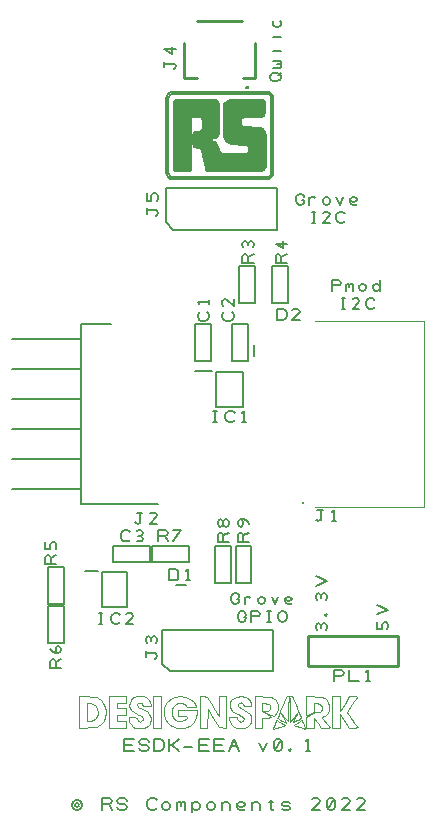
<source format=gbr>
G04 DesignSpark PCB PRO Gerber Version 10.0 Build 5299*
G04 #@! TF.Part,Single*
G04 #@! TF.FileFunction,Legend,Top*
G04 #@! TF.FilePolarity,Positive*
%FSLAX36Y36*%
%MOIN*%
%ADD28C,0.00300*%
%ADD29C,0.00394*%
%ADD26C,0.00500*%
%ADD10C,0.00787*%
%ADD27C,0.00800*%
%ADD11C,0.01000*%
G04 #@! TD.AperFunction*
X0Y0D02*
D02*
D10*
X275591Y1131890D02*
X45669D01*
X275591Y1231890D02*
X45669D01*
X275591Y1331890D02*
X45669D01*
X275591Y1431890D02*
X45669D01*
X275591Y1531890D02*
X45669D01*
X275591Y1631890D02*
X45669D01*
X291339Y860236D02*
X334646D01*
X348425Y857283D02*
X431102D01*
Y741142D01*
X348425D01*
Y857283D01*
X535433Y1081890D02*
X275591D01*
Y1681890D01*
X375591D01*
X592520Y812992D02*
X627953D01*
X656496Y1525591D02*
X712598D01*
X726378Y1523622D02*
X816929D01*
Y1405512D01*
X726378D01*
Y1523622D01*
X852362Y1576772D02*
Y1612205D01*
X1017717Y1088583D02*
G75*
G02*
Y1084646I0J-1969D01*
G01*
Y1088583D02*
G75*
G02*
Y1084646I0J-1969D01*
G01*
G75*
G02*
Y1088583I0J1969D01*
G01*
D02*
D11*
X622047Y2619291D02*
Y2501969D01*
X663898D01*
X815197Y2692913D02*
X665236D01*
X828252Y2470787D02*
G75*
G02*
X833008I2378J0D01*
G01*
X828252D02*
G75*
G02*
X833008I2378J0D01*
G01*
G75*
G02*
X828252I-2378J0D01*
G01*
X858268Y2619291D02*
Y2501969D01*
X817756D01*
X1032677Y544488D02*
X1332677D01*
Y644488D01*
X1032677D01*
Y544488D01*
D02*
D26*
X166413Y872524D02*
X219413D01*
Y749524D01*
X166413D01*
Y872524D01*
X195350Y881890D02*
X157850D01*
Y903764D01*
X160972Y910016D01*
X167224Y913142D01*
X173472Y910016D01*
X176598Y903764D01*
Y881890D01*
Y903764D02*
X195350Y913142D01*
X192224Y931890D02*
X195350Y938142D01*
Y947516D01*
X192224Y953764D01*
X185972Y956890D01*
X182850D01*
X176598Y953764D01*
X173472Y947516D01*
Y931890D01*
X157850D01*
Y956890D01*
X219413Y619602D02*
X166413D01*
Y742602D01*
X219413D01*
Y619602D01*
X211098Y535433D02*
X173598D01*
Y557307D01*
X176720Y563559D01*
X182972Y566685D01*
X189220Y563559D01*
X192346Y557307D01*
Y535433D01*
Y557307D02*
X211098Y566685D01*
X201720Y585433D02*
X195472Y588559D01*
X192346Y594807D01*
Y601059D01*
X195472Y607307D01*
X201720Y610433D01*
X207972Y607307D01*
X211098Y601059D01*
Y594807D01*
X207972Y588559D01*
X201720Y585433D01*
X192346D01*
X182972Y588559D01*
X176720Y594807D01*
X173598Y601059D01*
X248031Y76992D02*
Y80118D01*
X251157Y89492D01*
X254283Y92618D01*
X260531Y95744D01*
X266783D01*
X273031Y92618D01*
X276157Y89492D01*
X279283Y80118D01*
Y76992D01*
X276157Y70744D01*
X273031Y67618D01*
X266783Y64492D01*
X260531D01*
X254283Y67618D01*
X251157Y70744D01*
X248031Y76992D01*
X269906D02*
X263657Y73870D01*
X257406Y76992D01*
Y83244D01*
X263657Y86370D01*
X269906Y83244D01*
X348031Y64492D02*
Y101992D01*
X369906D01*
X376157Y98870D01*
X379283Y92618D01*
X376157Y86370D01*
X369906Y83244D01*
X348031D01*
X369906D02*
X379283Y64492D01*
X398031Y73870D02*
X401157Y67618D01*
X407406Y64492D01*
X419906D01*
X426157Y67618D01*
X429283Y73870D01*
X426157Y80118D01*
X419906Y83244D01*
X407406D01*
X401157Y86370D01*
X398031Y92618D01*
X401157Y98870D01*
X407406Y101992D01*
X419906D01*
X426157Y98870D01*
X429283Y92618D01*
X529283Y70744D02*
X526157Y67618D01*
X519906Y64492D01*
X510531D01*
X504283Y67618D01*
X501157Y70744D01*
X498031Y76992D01*
Y89492D01*
X501157Y95744D01*
X504283Y98870D01*
X510531Y101992D01*
X519906D01*
X526157Y98870D01*
X529283Y95744D01*
X548031Y73870D02*
X551157Y67618D01*
X557406Y64492D01*
X563657D01*
X569906Y67618D01*
X573031Y73870D01*
Y80118D01*
X569906Y86370D01*
X563657Y89492D01*
X557406D01*
X551157Y86370D01*
X548031Y80118D01*
Y73870D01*
X598031Y64492D02*
Y89492D01*
Y86370D02*
X601157Y89492D01*
X607406D01*
X610531Y86370D01*
Y76992D01*
Y86370D02*
X613657Y89492D01*
X619906D01*
X623031Y86370D01*
Y64492D01*
X648031Y89492D02*
Y55118D01*
Y73870D02*
X651157Y67618D01*
X657406Y64492D01*
X663657D01*
X669906Y67618D01*
X673031Y73870D01*
Y80118D01*
X669906Y86370D01*
X663657Y89492D01*
X657406D01*
X651157Y86370D01*
X648031Y80118D01*
Y73870D01*
X698031D02*
X701157Y67618D01*
X707406Y64492D01*
X713657D01*
X719906Y67618D01*
X723031Y73870D01*
Y80118D01*
X719906Y86370D01*
X713657Y89492D01*
X707406D01*
X701157Y86370D01*
X698031Y80118D01*
Y73870D01*
X748031Y64492D02*
Y89492D01*
Y80118D02*
X751157Y86370D01*
X757406Y89492D01*
X763657D01*
X769906Y86370D01*
X773031Y80118D01*
Y64492D01*
X823031Y67618D02*
X819906Y64492D01*
X813657D01*
X807406D01*
X801157Y67618D01*
X798031Y73870D01*
Y83244D01*
X801157Y86370D01*
X807406Y89492D01*
X813657D01*
X819906Y86370D01*
X823031Y83244D01*
Y80118D01*
X819906Y76992D01*
X813657Y73870D01*
X807406D01*
X801157Y76992D01*
X798031Y80118D01*
X848031Y64492D02*
Y89492D01*
Y80118D02*
X851157Y86370D01*
X857406Y89492D01*
X863657D01*
X869906Y86370D01*
X873031Y80118D01*
Y64492D01*
X903240Y89492D02*
X917823D01*
X910531Y95744D02*
Y67618D01*
X913657Y64492D01*
X916783D01*
X919906Y67618D01*
X948031D02*
X954283Y64492D01*
X966783D01*
X973031Y67618D01*
Y73870D01*
X966783Y76992D01*
X954283D01*
X948031Y80118D01*
Y86370D01*
X954283Y89492D01*
X966783D01*
X973031Y86370D01*
X1073031Y64492D02*
X1048031D01*
X1069906Y86370D01*
X1073031Y92618D01*
X1069906Y98870D01*
X1063657Y101992D01*
X1054283D01*
X1048031Y98870D01*
X1101157Y67618D02*
X1107406Y64492D01*
X1113657D01*
X1119906Y67618D01*
X1123031Y73870D01*
Y92618D01*
X1119906Y98870D01*
X1113657Y101992D01*
X1107406D01*
X1101157Y98870D01*
X1098031Y92618D01*
Y73870D01*
X1101157Y67618D01*
X1119906Y98870D01*
X1173031Y64492D02*
X1148031D01*
X1169906Y86370D01*
X1173031Y92618D01*
X1169906Y98870D01*
X1163657Y101992D01*
X1154283D01*
X1148031Y98870D01*
X1223031Y64492D02*
X1198031D01*
X1219906Y86370D01*
X1223031Y92618D01*
X1219906Y98870D01*
X1213657Y101992D01*
X1204283D01*
X1198031Y98870D01*
X336146Y682602D02*
X348646D01*
X342398D02*
Y720102D01*
X336146D02*
X348646D01*
X408024Y688854D02*
X404898Y685728D01*
X398646Y682602D01*
X389272D01*
X383024Y685728D01*
X379898Y688854D01*
X376772Y695102D01*
Y707602D01*
X379898Y713854D01*
X383024Y716980D01*
X389272Y720102D01*
X398646D01*
X404898Y716980D01*
X408024Y713854D01*
X451772Y682602D02*
X426772D01*
X448646Y704480D01*
X451772Y710728D01*
X448646Y716980D01*
X442398Y720102D01*
X433024D01*
X426772Y716980D01*
X440701Y964445D02*
X437575Y961319D01*
X431323Y958193D01*
X421949D01*
X415701Y961319D01*
X412575Y964445D01*
X409449Y970693D01*
Y983193D01*
X412575Y989445D01*
X415701Y992571D01*
X421949Y995693D01*
X431323D01*
X437575Y992571D01*
X440701Y989445D01*
X462575Y961319D02*
X468823Y958193D01*
X475075D01*
X481323Y961319D01*
X484449Y967571D01*
X481323Y973819D01*
X475075Y976945D01*
X468823D01*
X475075D02*
X481323Y980071D01*
X484449Y986319D01*
X481323Y992571D01*
X475075Y995693D01*
X468823D01*
X462575Y992571D01*
X421260Y261343D02*
Y298843D01*
X452512D01*
X446260Y280094D02*
X421260D01*
Y261343D02*
X452512D01*
X471260Y270720D02*
X474386Y264469D01*
X480634Y261343D01*
X493134D01*
X499386Y264469D01*
X502512Y270720D01*
X499386Y276969D01*
X493134Y280094D01*
X480634D01*
X474386Y283220D01*
X471260Y289469D01*
X474386Y295720D01*
X480634Y298843D01*
X493134D01*
X499386Y295720D01*
X502512Y289469D01*
X521260Y261343D02*
Y298843D01*
X540012D01*
X546260Y295720D01*
X549386Y292594D01*
X552512Y286343D01*
Y273843D01*
X549386Y267594D01*
X546260Y264469D01*
X540012Y261343D01*
X521260D01*
X571260D02*
Y298843D01*
Y280094D02*
X580634D01*
X602512Y298843D01*
X580634Y280094D02*
X602512Y261343D01*
X621260Y273843D02*
X646260D01*
X671260Y261343D02*
Y298843D01*
X702512D01*
X696260Y280094D02*
X671260D01*
Y261343D02*
X702512D01*
X721260D02*
Y298843D01*
X752512D01*
X746260Y280094D02*
X721260D01*
Y261343D02*
X752512D01*
X771260D02*
X786886Y298843D01*
X802512Y261343D01*
X777512Y276969D02*
X796260D01*
X871260Y286343D02*
X883760Y261343D01*
X896260Y286343D01*
X924386Y264469D02*
X930634Y261343D01*
X936886D01*
X943134Y264469D01*
X946260Y270720D01*
Y289469D01*
X943134Y295720D01*
X936886Y298843D01*
X930634D01*
X924386Y295720D01*
X921260Y289469D01*
Y270720D01*
X924386Y264469D01*
X943134Y295720D01*
X974386Y261343D02*
X977512Y264469D01*
X974386Y267594D01*
X971260Y264469D01*
X974386Y261343D01*
X1027512D02*
X1040012D01*
X1033760D02*
Y298843D01*
X1027512Y292594D01*
X456693Y1023500D02*
X459819Y1020374D01*
X466067Y1017248D01*
X472319Y1020374D01*
X475445Y1023500D01*
Y1054748D01*
X481693D01*
X475445D02*
X462945D01*
X531693Y1017248D02*
X506693D01*
X528567Y1039126D01*
X531693Y1045374D01*
X528567Y1051626D01*
X522319Y1054748D01*
X512945D01*
X506693Y1051626D01*
X506382Y943823D02*
Y890823D01*
X383382D01*
Y943823D01*
X506382D01*
X535433Y958193D02*
Y995693D01*
X557307D01*
X563559Y992571D01*
X566685Y986319D01*
X563559Y980071D01*
X557307Y976945D01*
X535433D01*
X557307D02*
X566685Y958193D01*
X585433D02*
X610433Y995693D01*
X585433D01*
X523744Y566929D02*
X526870Y570055D01*
X529996Y576303D01*
X526870Y582555D01*
X523744Y585681D01*
X492496D01*
Y591929D01*
Y585681D02*
Y573181D01*
X526870Y620055D02*
X529996Y626303D01*
Y632555D01*
X526870Y638803D01*
X520618Y641929D01*
X514370Y638803D01*
X511244Y632555D01*
Y626303D01*
Y632555D02*
X508118Y638803D01*
X501870Y641929D01*
X495618Y638803D01*
X492496Y632555D01*
Y626303D01*
X495618Y620055D01*
X527681Y2044488D02*
X530807Y2047614D01*
X533933Y2053862D01*
X530807Y2060114D01*
X527681Y2063240D01*
X496433D01*
Y2069488D01*
Y2063240D02*
Y2050740D01*
X530807Y2094488D02*
X533933Y2100740D01*
Y2110114D01*
X530807Y2116362D01*
X524555Y2119488D01*
X521433D01*
X515181Y2116362D01*
X512055Y2110114D01*
Y2094488D01*
X496433D01*
Y2119488D01*
X547244Y663858D02*
X917323D01*
Y525118D01*
X572244D01*
X547244Y550118D01*
Y663858D01*
X559055Y2136299D02*
X929134D01*
Y1997559D01*
X584055D01*
X559055Y2022559D01*
Y2136299D01*
X570866Y828272D02*
Y865772D01*
X589618D01*
X595866Y862650D01*
X598992Y859524D01*
X602118Y853272D01*
Y840772D01*
X598992Y834524D01*
X595866Y831398D01*
X589618Y828272D01*
X570866D01*
X627118D02*
X639618D01*
X633366D02*
Y865772D01*
X627118Y859524D01*
X586807Y2201988D02*
Y2418882D01*
X587555Y2424315D01*
X589846Y2428244D01*
X593756Y2430626D01*
X599358Y2431429D01*
X716236D01*
X725685Y2429598D01*
X732709Y2424713D01*
X737083Y2417697D01*
X738591Y2409469D01*
Y2323575D01*
X737071Y2315406D01*
X732906Y2308815D01*
X726677Y2304213D01*
X718980Y2302000D01*
X712315Y2300531D01*
X710819Y2298913D01*
X710354Y2296118D01*
X710776Y2293937D01*
X712264Y2292492D01*
X719764Y2290626D01*
X723701Y2289654D01*
X727118Y2287539D01*
X731531Y2281217D01*
X740157Y2258075D01*
X743543Y2251945D01*
X747165Y2249858D01*
X753102Y2249055D01*
X823697D01*
X829421Y2249839D01*
X833602Y2252094D01*
X836161Y2255673D01*
X837035Y2260429D01*
Y2269055D01*
X836398Y2273488D01*
X834287Y2277146D01*
X830413Y2279701D01*
X824484Y2280823D01*
X781732Y2282783D01*
X770701Y2285634D01*
X761732Y2291461D01*
X755701Y2299717D01*
X753496Y2309846D01*
Y2405543D01*
X755118Y2416067D01*
X759720Y2423535D01*
X766898Y2427992D01*
X776244Y2429469D01*
X876646D01*
X882638Y2428673D01*
X886646Y2426331D01*
X888890Y2422520D01*
X889591Y2417311D01*
Y2385150D01*
X888823Y2379488D01*
X886402Y2375441D01*
X882142Y2373016D01*
X875862Y2372205D01*
X821346D01*
X816031Y2371323D01*
X812374Y2368972D01*
X810260Y2365587D01*
X809579Y2361618D01*
Y2350634D01*
X810524Y2346614D01*
X813307Y2343476D01*
X817854Y2341370D01*
X824091Y2340437D01*
X869193Y2337693D01*
X878783Y2335016D01*
X886500Y2328917D01*
X891642Y2320539D01*
X893512Y2311024D01*
Y2212579D01*
X892953Y2207520D01*
X891386Y2203209D01*
X885913Y2196744D01*
X878453Y2193000D01*
X870370Y2191791D01*
X708783D01*
X703189Y2192185D01*
X698732Y2193752D01*
X695382Y2197087D01*
X693094Y2202776D01*
X678976Y2260429D01*
X677413Y2265122D01*
X675004Y2268567D01*
X670756Y2270685D01*
X663681Y2271409D01*
X658803Y2272083D01*
X654953Y2274154D01*
X652429Y2277697D01*
X651520Y2282783D01*
Y2312984D01*
X652276Y2318071D01*
X654610Y2321610D01*
X658638Y2323685D01*
X664465Y2324358D01*
X672307D01*
X677106Y2325441D01*
X680398Y2328327D01*
X682291Y2332465D01*
X682898Y2337299D01*
Y2362008D01*
X682047Y2366705D01*
X679614Y2370146D01*
X675783Y2372268D01*
X670740Y2372992D01*
X644071D01*
Y2203165D01*
X642882Y2197748D01*
X639854Y2194244D01*
X635795Y2192358D01*
X631520Y2191791D01*
X598965D01*
X593591Y2192504D01*
X589799Y2194539D01*
X587547Y2197748D01*
X586807Y2201988D01*
G36*
X586807Y2201988D02*
Y2418882D01*
X587555Y2424315D01*
X589846Y2428244D01*
X593756Y2430626D01*
X599358Y2431429D01*
X716236D01*
X725685Y2429598D01*
X732709Y2424713D01*
X737083Y2417697D01*
X738591Y2409469D01*
Y2323575D01*
X737071Y2315406D01*
X732906Y2308815D01*
X726677Y2304213D01*
X718980Y2302000D01*
X712315Y2300531D01*
X710819Y2298913D01*
X710354Y2296118D01*
X710776Y2293937D01*
X712264Y2292492D01*
X719764Y2290626D01*
X723701Y2289654D01*
X727118Y2287539D01*
X731531Y2281217D01*
X740157Y2258075D01*
X743543Y2251945D01*
X747165Y2249858D01*
X753102Y2249055D01*
X823697D01*
X829421Y2249839D01*
X833602Y2252094D01*
X836161Y2255673D01*
X837035Y2260429D01*
Y2269055D01*
X836398Y2273488D01*
X834287Y2277146D01*
X830413Y2279701D01*
X824484Y2280823D01*
X781732Y2282783D01*
X770701Y2285634D01*
X761732Y2291461D01*
X755701Y2299717D01*
X753496Y2309846D01*
Y2405543D01*
X755118Y2416067D01*
X759720Y2423535D01*
X766898Y2427992D01*
X776244Y2429469D01*
X876646D01*
X882638Y2428673D01*
X886646Y2426331D01*
X888890Y2422520D01*
X889591Y2417311D01*
Y2385150D01*
X888823Y2379488D01*
X886402Y2375441D01*
X882142Y2373016D01*
X875862Y2372205D01*
X821346D01*
X816031Y2371323D01*
X812374Y2368972D01*
X810260Y2365587D01*
X809579Y2361618D01*
Y2350634D01*
X810524Y2346614D01*
X813307Y2343476D01*
X817854Y2341370D01*
X824091Y2340437D01*
X869193Y2337693D01*
X878783Y2335016D01*
X886500Y2328917D01*
X891642Y2320539D01*
X893512Y2311024D01*
Y2212579D01*
X892953Y2207520D01*
X891386Y2203209D01*
X885913Y2196744D01*
X878453Y2193000D01*
X870370Y2191791D01*
X708783D01*
X703189Y2192185D01*
X698732Y2193752D01*
X695382Y2197087D01*
X693094Y2202776D01*
X678976Y2260429D01*
X677413Y2265122D01*
X675004Y2268567D01*
X670756Y2270685D01*
X663681Y2271409D01*
X658803Y2272083D01*
X654953Y2274154D01*
X652429Y2277697D01*
X651520Y2282783D01*
Y2312984D01*
X652276Y2318071D01*
X654610Y2321610D01*
X658638Y2323685D01*
X664465Y2324358D01*
X672307D01*
X677106Y2325441D01*
X680398Y2328327D01*
X682291Y2332465D01*
X682898Y2337299D01*
Y2362008D01*
X682047Y2366705D01*
X679614Y2370146D01*
X675783Y2372268D01*
X670740Y2372992D01*
X644071D01*
Y2203165D01*
X642882Y2197748D01*
X639854Y2194244D01*
X635795Y2192358D01*
X631520Y2191791D01*
X598965D01*
X593591Y2192504D01*
X589799Y2194539D01*
X587547Y2197748D01*
X586807Y2201988D01*
G37*
X586736Y2532677D02*
X589862Y2535803D01*
X592988Y2542051D01*
X589862Y2548303D01*
X586736Y2551429D01*
X555488D01*
Y2557677D01*
Y2551429D02*
Y2538929D01*
X592988Y2598303D02*
X555488D01*
X580488Y2582677D01*
Y2607677D01*
X636303Y943823D02*
Y890823D01*
X513303D01*
Y943823D01*
X636303D01*
X718035Y1355831D02*
X730535D01*
X724287D02*
Y1393331D01*
X718035D02*
X730535D01*
X789913Y1362083D02*
X786787Y1358957D01*
X780535Y1355831D01*
X771161D01*
X764913Y1358957D01*
X761787Y1362083D01*
X758661Y1368331D01*
Y1380831D01*
X761787Y1387083D01*
X764913Y1390209D01*
X771161Y1393331D01*
X780535D01*
X786787Y1390209D01*
X789913Y1387083D01*
X814913Y1355831D02*
X827413D01*
X821161D02*
Y1393331D01*
X814913Y1387083D01*
X711539Y1560547D02*
X658539D01*
Y1683547D01*
X711539D01*
Y1560547D01*
X696972Y1724165D02*
X700098Y1721039D01*
X703224Y1714787D01*
Y1705413D01*
X700098Y1699165D01*
X696972Y1696039D01*
X690724Y1692913D01*
X678224D01*
X671972Y1696039D01*
X668846Y1699165D01*
X665724Y1705413D01*
Y1714787D01*
X668846Y1721039D01*
X671972Y1724165D01*
X703224Y1749165D02*
Y1761665D01*
Y1755413D02*
X665724D01*
X671972Y1749165D01*
X725469Y943390D02*
X778469D01*
Y820390D01*
X725469D01*
Y943390D01*
X770154Y956693D02*
X732654D01*
Y978567D01*
X735776Y984819D01*
X742028Y987945D01*
X748276Y984819D01*
X751402Y978567D01*
Y956693D01*
Y978567D02*
X770154Y987945D01*
X751402Y1016067D02*
Y1022319D01*
X748276Y1028567D01*
X742028Y1031693D01*
X735776Y1028567D01*
X732654Y1022319D01*
Y1016067D01*
X735776Y1009819D01*
X742028Y1006693D01*
X748276Y1009819D01*
X751402Y1016067D01*
X754528Y1009819D01*
X760776Y1006693D01*
X767028Y1009819D01*
X770154Y1016067D01*
Y1022319D01*
X767028Y1028567D01*
X760776Y1031693D01*
X754528Y1028567D01*
X751402Y1022319D01*
X792398Y943390D02*
X845398D01*
Y820390D01*
X792398D01*
Y943390D01*
X779650Y1724165D02*
X782776Y1721039D01*
X785902Y1714787D01*
Y1705413D01*
X782776Y1699165D01*
X779650Y1696039D01*
X773402Y1692913D01*
X760902D01*
X754650Y1696039D01*
X751524Y1699165D01*
X748402Y1705413D01*
Y1714787D01*
X751524Y1721039D01*
X754650Y1724165D01*
X785902Y1767913D02*
Y1742913D01*
X764024Y1764787D01*
X757776Y1767913D01*
X751524Y1764787D01*
X748402Y1758539D01*
Y1749165D01*
X751524Y1742913D01*
X804209Y1876461D02*
X857209D01*
Y1753461D01*
X804209D01*
Y1876461D01*
X833587Y1560547D02*
X780587D01*
Y1683547D01*
X833587D01*
Y1560547D01*
X837083Y956693D02*
X799583D01*
Y978567D01*
X802705Y984819D01*
X808957Y987945D01*
X815205Y984819D01*
X818331Y978567D01*
Y956693D01*
Y978567D02*
X837083Y987945D01*
Y1016067D02*
X833957Y1022319D01*
X827705Y1028567D01*
X818331Y1031693D01*
X808957D01*
X802705Y1028567D01*
X799583Y1022319D01*
Y1016067D01*
X802705Y1009819D01*
X808957Y1006693D01*
X815205Y1009819D01*
X818331Y1016067D01*
Y1022319D01*
X815205Y1028567D01*
X808957Y1031693D01*
X852831Y1885827D02*
X815331D01*
Y1907701D01*
X818453Y1913953D01*
X824705Y1917079D01*
X830953Y1913953D01*
X834079Y1907701D01*
Y1885827D01*
Y1907701D02*
X852831Y1917079D01*
X849705Y1938953D02*
X852831Y1945201D01*
Y1951453D01*
X849705Y1957701D01*
X843453Y1960827D01*
X837205Y1957701D01*
X834079Y1951453D01*
Y1945201D01*
Y1951453D02*
X830953Y1957701D01*
X824705Y1960827D01*
X818453Y1957701D01*
X815331Y1951453D01*
Y1945201D01*
X818453Y1938953D01*
X796949Y765157D02*
X805390D01*
Y762031D01*
X802579Y755783D01*
X799764Y752657D01*
X794142Y749531D01*
X788516D01*
X782890Y752657D01*
X780079Y755783D01*
X777264Y762031D01*
Y774531D01*
X780079Y780783D01*
X782890Y783909D01*
X788516Y787031D01*
X794142D01*
X799764Y783909D01*
X802579Y780783D01*
X805390Y774531D01*
X822264Y749531D02*
Y774531D01*
Y765157D02*
X825079Y771409D01*
X830701Y774531D01*
X836327D01*
X841949Y771409D01*
X867264Y758909D02*
X870079Y752657D01*
X875701Y749531D01*
X881327D01*
X886949Y752657D01*
X889764Y758909D01*
Y765157D01*
X886949Y771409D01*
X881327Y774531D01*
X875701D01*
X870079Y771409D01*
X867264Y765157D01*
Y758909D01*
X912264Y774531D02*
X923516Y749531D01*
X934764Y774531D01*
X979764Y752657D02*
X976949Y749531D01*
X971327D01*
X965701D01*
X960079Y752657D01*
X957264Y758909D01*
Y768283D01*
X960079Y771409D01*
X965701Y774531D01*
X971327D01*
X976949Y771409D01*
X979764Y768283D01*
Y765157D01*
X976949Y762031D01*
X971327Y758909D01*
X965701D01*
X960079Y762031D01*
X957264Y765157D01*
X819449Y705157D02*
X827890D01*
Y702031D01*
X825079Y695783D01*
X822264Y692657D01*
X816642Y689531D01*
X811016D01*
X805390Y692657D01*
X802579Y695783D01*
X799764Y702031D01*
Y714531D01*
X802579Y720783D01*
X805390Y723909D01*
X811016Y727031D01*
X816642D01*
X822264Y723909D01*
X825079Y720783D01*
X827890Y714531D01*
X844764Y689531D02*
Y727031D01*
X864449D01*
X870079Y723909D01*
X872890Y717657D01*
X870079Y711409D01*
X864449Y708283D01*
X844764D01*
X898201Y689531D02*
X909449D01*
X903827D02*
Y727031D01*
X898201D02*
X909449D01*
X934764Y702031D02*
Y714531D01*
X937579Y720783D01*
X940390Y723909D01*
X946016Y727031D01*
X951642D01*
X957264Y723909D01*
X960079Y720783D01*
X962890Y714531D01*
Y702031D01*
X960079Y695783D01*
X957264Y692657D01*
X951642Y689531D01*
X946016D01*
X940390Y692657D01*
X937579Y695783D01*
X934764Y702031D01*
X914445Y1876461D02*
X967445D01*
Y1753461D01*
X914445D01*
Y1876461D01*
X931102Y1696382D02*
Y1733882D01*
X949854D01*
X956102Y1730760D01*
X959228Y1727634D01*
X962354Y1721382D01*
Y1708882D01*
X959228Y1702634D01*
X956102Y1699508D01*
X949854Y1696382D01*
X931102D01*
X1006102D02*
X981102D01*
X1002976Y1718260D01*
X1006102Y1724508D01*
X1002976Y1730760D01*
X996728Y1733882D01*
X987354D01*
X981102Y1730760D01*
X930882Y2492126D02*
X918382D01*
X912130Y2494941D01*
X909004Y2497752D01*
X905882Y2503378D01*
Y2509004D01*
X909004Y2514626D01*
X912130Y2517441D01*
X918382Y2520252D01*
X930882D01*
X937130Y2517441D01*
X940256Y2514626D01*
X943382Y2509004D01*
Y2503378D01*
X940256Y2497752D01*
X937130Y2494941D01*
X930882Y2492126D01*
X934004Y2511811D02*
X943382Y2520252D01*
X918382Y2537126D02*
X940256D01*
X943382Y2539941D01*
Y2545563D01*
X940256Y2548378D01*
X930882D01*
X940256D02*
X943382Y2551189D01*
Y2556811D01*
X940256Y2559626D01*
X918382D01*
X943382Y2593378D02*
X918382D01*
X909004D02*
X943382Y2638378D02*
X918382D01*
X909004D02*
X921504Y2694626D02*
X918382Y2689004D01*
Y2680563D01*
X921504Y2674941D01*
X927756Y2672126D01*
X934004D01*
X940256Y2674941D01*
X943382Y2680563D01*
Y2689004D01*
X940256Y2694626D01*
X963067Y1885827D02*
X925567D01*
Y1907701D01*
X928689Y1913953D01*
X934941Y1917079D01*
X941189Y1913953D01*
X944315Y1907701D01*
Y1885827D01*
Y1907701D02*
X963067Y1917079D01*
Y1951453D02*
X925567D01*
X950567Y1935827D01*
Y1960827D01*
X1059055Y1031374D02*
X1062181Y1028248D01*
X1068429Y1025122D01*
X1074681Y1028248D01*
X1077807Y1031374D01*
Y1062622D01*
X1084055D01*
X1077807D02*
X1065307D01*
X1115307Y1025122D02*
X1127807D01*
X1121555D02*
Y1062622D01*
X1115307Y1056374D01*
X1093799Y664543D02*
X1096925Y670791D01*
Y677043D01*
X1093799Y683291D01*
X1087547Y686417D01*
X1081299Y683291D01*
X1078173Y677043D01*
Y670791D01*
Y677043D02*
X1075047Y683291D01*
X1068799Y686417D01*
X1062547Y683291D01*
X1059425Y677043D01*
Y670791D01*
X1062547Y664543D01*
X1096925Y714543D02*
X1093799Y717669D01*
X1090673Y714543D01*
X1093799Y711417D01*
X1096925Y714543D01*
X1093799Y764543D02*
X1096925Y770791D01*
Y777043D01*
X1093799Y783291D01*
X1087547Y786417D01*
X1081299Y783291D01*
X1078173Y777043D01*
Y770791D01*
Y777043D02*
X1075047Y783291D01*
X1068799Y786417D01*
X1062547Y783291D01*
X1059425Y777043D01*
Y770791D01*
X1062547Y764543D01*
X1059425Y811417D02*
X1096925Y827043D01*
X1059425Y842669D01*
X1013484Y2095866D02*
X1021925D01*
Y2092740D01*
X1019114Y2086492D01*
X1016299Y2083366D01*
X1010677Y2080240D01*
X1005051D01*
X999425Y2083366D01*
X996614Y2086492D01*
X993799Y2092740D01*
Y2105240D01*
X996614Y2111492D01*
X999425Y2114618D01*
X1005051Y2117740D01*
X1010677D01*
X1016299Y2114618D01*
X1019114Y2111492D01*
X1021925Y2105240D01*
X1038799Y2080240D02*
Y2105240D01*
Y2095866D02*
X1041614Y2102118D01*
X1047236Y2105240D01*
X1052862D01*
X1058484Y2102118D01*
X1083799Y2089618D02*
X1086614Y2083366D01*
X1092236Y2080240D01*
X1097862D01*
X1103484Y2083366D01*
X1106299Y2089618D01*
Y2095866D01*
X1103484Y2102118D01*
X1097862Y2105240D01*
X1092236D01*
X1086614Y2102118D01*
X1083799Y2095866D01*
Y2089618D01*
X1128799Y2105240D02*
X1140051Y2080240D01*
X1151299Y2105240D01*
X1196299Y2083366D02*
X1193484Y2080240D01*
X1187862D01*
X1182236D01*
X1176614Y2083366D01*
X1173799Y2089618D01*
Y2098992D01*
X1176614Y2102118D01*
X1182236Y2105240D01*
X1187862D01*
X1193484Y2102118D01*
X1196299Y2098992D01*
Y2095866D01*
X1193484Y2092740D01*
X1187862Y2089618D01*
X1182236D01*
X1176614Y2092740D01*
X1173799Y2095866D01*
X1047236Y2020240D02*
X1058484D01*
X1052862D02*
Y2057740D01*
X1047236D02*
X1058484D01*
X1106299Y2020240D02*
X1083799D01*
X1103484Y2042118D01*
X1106299Y2048366D01*
X1103484Y2054618D01*
X1097862Y2057740D01*
X1089425D01*
X1083799Y2054618D01*
X1156925Y2026492D02*
X1154114Y2023366D01*
X1148484Y2020240D01*
X1140051D01*
X1134425Y2023366D01*
X1131614Y2026492D01*
X1128799Y2032740D01*
Y2045240D01*
X1131614Y2051492D01*
X1134425Y2054618D01*
X1140051Y2057740D01*
X1148484D01*
X1154114Y2054618D01*
X1156925Y2051492D01*
X1122047Y491657D02*
Y529157D01*
X1143921D01*
X1150173Y526035D01*
X1153299Y519783D01*
X1150173Y513535D01*
X1143921Y510409D01*
X1122047D01*
X1172047Y529157D02*
Y491657D01*
X1203299D01*
X1228299D02*
X1240799D01*
X1234547D02*
Y529157D01*
X1228299Y522909D01*
X1114724Y1792839D02*
Y1830339D01*
X1134409D01*
X1140039Y1827217D01*
X1142850Y1820965D01*
X1140039Y1814717D01*
X1134409Y1811591D01*
X1114724D01*
X1159724Y1792839D02*
Y1817839D01*
Y1814717D02*
X1162539Y1817839D01*
X1168161D01*
X1170976Y1814717D01*
Y1805339D01*
Y1814717D02*
X1173787Y1817839D01*
X1179409D01*
X1182224Y1814717D01*
Y1792839D01*
X1204724Y1802217D02*
X1207539Y1795965D01*
X1213161Y1792839D01*
X1218787D01*
X1224409Y1795965D01*
X1227224Y1802217D01*
Y1808465D01*
X1224409Y1814717D01*
X1218787Y1817839D01*
X1213161D01*
X1207539Y1814717D01*
X1204724Y1808465D01*
Y1802217D01*
X1272224Y1808465D02*
X1269409Y1814717D01*
X1263787Y1817839D01*
X1258161D01*
X1252539Y1814717D01*
X1249724Y1808465D01*
Y1802217D01*
X1252539Y1795965D01*
X1258161Y1792839D01*
X1263787D01*
X1269409Y1795965D01*
X1272224Y1802217D01*
Y1792839D02*
Y1830339D01*
X1145661Y1732839D02*
X1156909D01*
X1151287D02*
Y1770339D01*
X1145661D02*
X1156909D01*
X1204724Y1732839D02*
X1182224D01*
X1201909Y1754717D01*
X1204724Y1760965D01*
X1201909Y1767217D01*
X1196287Y1770339D01*
X1187850D01*
X1182224Y1767217D01*
X1255350Y1739091D02*
X1252539Y1735965D01*
X1246909Y1732839D01*
X1238476D01*
X1232850Y1735965D01*
X1230039Y1739091D01*
X1227224Y1745339D01*
Y1757839D01*
X1230039Y1764091D01*
X1232850Y1767217D01*
X1238476Y1770339D01*
X1246909D01*
X1252539Y1767217D01*
X1255350Y1764091D01*
X1298524Y665354D02*
X1301650Y671606D01*
Y680980D01*
X1298524Y687228D01*
X1292272Y690354D01*
X1289150D01*
X1282898Y687228D01*
X1279772Y680980D01*
Y665354D01*
X1264150D01*
Y690354D01*
Y715354D02*
X1301650Y730980D01*
X1264150Y746606D01*
D02*
D27*
X896256Y2165409D02*
X905000Y2167173D01*
X912142Y2171988D01*
X916953Y2179126D01*
X918720Y2187870D01*
Y2434173D01*
X916953Y2442917D01*
X912142Y2450059D01*
X905000Y2454874D01*
X896256Y2456638D01*
X584063D01*
X575319Y2454874D01*
X568177Y2450059D01*
X563362Y2442917D01*
X561598Y2434173D01*
Y2187870D01*
X563362Y2179126D01*
X568177Y2171988D01*
X575319Y2167173D01*
X584063Y2165409D01*
X896256D01*
X911787Y2434181D02*
X910567Y2440224D01*
X907240Y2445161D01*
X902303Y2448488D01*
X896256Y2449709D01*
X584063D01*
X578016Y2448488D01*
X573079Y2445161D01*
X569752Y2440224D01*
X568531Y2434181D01*
Y2187878D01*
X569752Y2181831D01*
X573079Y2176894D01*
X578016Y2173567D01*
X584063Y2172346D01*
X896256D01*
X902303Y2173567D01*
X907236Y2176894D01*
X910567Y2181831D01*
X911787Y2187878D01*
Y2434181D01*
D02*
D28*
X269902Y337701D02*
Y441957D01*
X296433Y441531D01*
X299996Y441476D01*
X310709Y441240D01*
X319563Y440803D01*
X325020Y440059D01*
X328126Y439193D01*
X329142Y438819D01*
X332665Y437516D01*
X342480Y431429D01*
X352157Y420567D01*
X358063Y406449D01*
X360059Y393567D01*
Y385059D01*
X358244Y372425D01*
X352756Y358870D01*
X343476Y348445D01*
X333787Y342378D01*
X330315Y340992D01*
X329303Y340598D01*
X326173Y339614D01*
X320866Y338815D01*
X311945Y338386D01*
X300713Y338150D01*
X296976Y338098D01*
X269902Y337701D01*
X316378Y362043D02*
X318205Y362543D01*
X323374Y365169D01*
X328445Y370232D01*
X331661Y377354D01*
X332976Y384307D01*
X333106Y386638D01*
X333295Y390173D01*
X331953Y400874D01*
X326665Y410902D01*
X317106Y416843D01*
X306685Y418795D01*
X297240D01*
Y360835D01*
X304634Y360846D01*
X306256D01*
X311126Y361209D01*
X315772Y361882D01*
X316378Y362043D01*
X370516Y337874D02*
Y441768D01*
X428472D01*
Y418858D01*
X412350Y418551D01*
X396224Y418248D01*
X395898Y410327D01*
X395571Y402390D01*
X427386D01*
Y378331D01*
X395579D01*
X395898Y369858D01*
X396224Y361382D01*
X412350Y361079D01*
X428472Y360772D01*
Y337874D01*
X370516D01*
X460996Y336803D02*
X458366Y337465D01*
X450945Y341154D01*
X443083Y348177D01*
X437957Y357236D01*
X436134Y365012D01*
Y371772D01*
X451020D01*
X456551Y371728D01*
X460524Y371441D01*
X462268Y370705D01*
X462823Y369677D01*
X462929Y369315D01*
X463366Y367764D01*
X465598Y362437D01*
X468461Y359449D01*
X469220Y359051D01*
X469965Y358665D01*
X472508Y358035D01*
X475657Y358252D01*
X478496Y359488D01*
X480846Y361528D01*
X482504Y364165D01*
X483303Y367189D01*
X483059Y370374D01*
X482075Y372827D01*
X481594Y373524D01*
X481374Y373831D01*
X479961Y374846D01*
X476681Y376768D01*
X472240Y379055D01*
X468398Y380862D01*
X467102Y381425D01*
X463539Y382984D01*
X453185Y388421D01*
X444240Y395374D01*
X439453Y403138D01*
X438039Y410220D01*
Y414768D01*
X439165Y421358D01*
X442626Y428768D01*
X448500Y434941D01*
X454693Y438988D01*
X456906Y440024D01*
X457921Y440508D01*
X461028Y441843D01*
X464551Y442854D01*
X468630Y443303D01*
X472969Y443390D01*
X475799D01*
X479984Y443283D01*
X484012Y442878D01*
X487331Y442024D01*
X489972Y440976D01*
X490823Y440571D01*
X492669Y439705D01*
X497882Y436299D01*
X503287Y430874D01*
X506980Y424346D01*
X508689Y418697D01*
X508949Y416764D01*
X509685Y411138D01*
X483327D01*
X482067Y414980D01*
X481693Y416091D01*
X478949Y419650D01*
X474504Y420984D01*
X471866D01*
X468398Y419500D01*
X465339Y415909D01*
X464484Y411500D01*
X465713Y408264D01*
X466484Y407571D01*
X466740Y407335D01*
X468331Y406374D01*
X471953Y404378D01*
X476835Y401854D01*
X481031Y399783D01*
X482441Y399098D01*
X485921Y397425D01*
X496091Y391732D01*
X504504Y384744D01*
X508756Y376878D01*
X509917Y369358D01*
Y366850D01*
X509909Y364476D01*
X508819Y357366D01*
X505520Y349591D01*
X499921Y343386D01*
X494059Y339559D01*
X491965Y338618D01*
X490547Y337992D01*
X485720Y337028D01*
X476992Y336098D01*
X468008Y335980D01*
X462681Y336378D01*
X460996Y336803D01*
X517063Y337874D02*
Y441768D01*
X544406D01*
Y337874D01*
X517063D01*
X592634Y337413D02*
X589898Y338150D01*
X582028Y341559D01*
X572598Y347858D01*
X564618Y356102D01*
X559654Y363421D01*
X558362Y366028D01*
X557689Y367382D01*
X555780Y371484D01*
X554343Y375657D01*
X553654Y380217D01*
X553374Y385165D01*
X553323Y386807D01*
X553224Y389201D01*
X553429Y396378D01*
X554610Y404504D01*
X557016Y411713D01*
X559697Y416925D01*
X560756Y418551D01*
X564138Y423760D01*
X579307Y436150D01*
X602965Y443488D01*
X627728Y440228D01*
X645224Y430618D01*
X649654Y426047D01*
X650575Y425094D01*
X652996Y421862D01*
X656480Y416433D01*
X659213Y411276D01*
X660323Y408744D01*
Y407689D01*
X656469Y407067D01*
X648327Y406768D01*
X630909D01*
X628028Y410539D01*
X626799Y412142D01*
X621780Y415909D01*
X613567Y419106D01*
X604673Y419850D01*
X598252Y418720D01*
X596350Y417843D01*
X595035Y417256D01*
X591437Y414756D01*
X586972Y410346D01*
X583331Y405114D01*
X581378Y400992D01*
X580961Y399547D01*
X580299Y397283D01*
X579669Y390067D01*
X580953Y380520D01*
X584520Y371898D01*
X588480Y366571D01*
X590134Y365193D01*
X592134Y363539D01*
X599512Y360205D01*
X609945Y359063D01*
X620051Y361669D01*
X626756Y365992D01*
X628445Y367913D01*
X629268Y368866D01*
X631543Y371909D01*
X631240Y374043D01*
X626563Y374902D01*
X619063Y375051D01*
X601276D01*
Y396921D01*
X663602D01*
Y385909D01*
X660665Y372390D01*
X652453Y356768D01*
X639819Y344709D01*
X627878Y338461D01*
X623650Y337358D01*
X621906Y336909D01*
X616535Y336197D01*
X608091Y335823D01*
X599661Y336228D01*
X594343Y336957D01*
X592634Y337413D01*
X673449Y337874D02*
Y441831D01*
X685142Y441520D01*
X696827Y441213D01*
X716264Y409630D01*
X718157Y406555D01*
X723854Y397327D01*
X730189Y387138D01*
X734591Y380134D01*
X736299Y377472D01*
X736406Y377378D01*
X736618Y379685D01*
X736673Y386453D01*
X736567Y396654D01*
X736394Y406087D01*
X736319Y409224D01*
X735520Y441768D01*
X760937D01*
Y337799D01*
X737421Y338417D01*
X718283Y368972D01*
X699142Y399539D01*
X698567Y337874D01*
X673449D01*
X798563Y336740D02*
X795744Y337350D01*
X787646Y340882D01*
X779220Y347807D01*
X773795Y356917D01*
X771874Y364925D01*
Y371772D01*
X797846D01*
X798531Y367500D01*
X798681Y366547D01*
X799866Y363772D01*
X802354Y360598D01*
X805567Y358390D01*
X808185Y357555D01*
X809854D01*
X812244Y358378D01*
X815051Y359992D01*
X815535Y360386D01*
X816205Y360961D01*
X818224Y363516D01*
X818898Y366535D01*
Y368516D01*
X818280Y371417D01*
X815929Y374598D01*
X811091Y377752D01*
X805067Y380646D01*
X803035Y381531D01*
X799843Y382921D01*
X790543Y387654D01*
X782051Y393567D01*
X776799Y400008D01*
X774417Y405693D01*
X774000Y407654D01*
X773626Y409417D01*
X773433Y414886D01*
X774854Y421772D01*
X778197Y428181D01*
X781976Y432677D01*
X783429Y433949D01*
X786016Y436224D01*
X795657Y440921D01*
X809819Y443283D01*
X823713Y441020D01*
X832823Y436394D01*
X835161Y434118D01*
X836583Y432740D01*
X841303Y426236D01*
X843559Y418858D01*
X843748Y417031D01*
X844358Y411138D01*
X819390D01*
X817232Y415783D01*
X816823Y416646D01*
X814783Y419614D01*
X812276Y421197D01*
X811646Y421370D01*
X810469Y421701D01*
X806571Y421346D01*
X802311Y418965D01*
X799760Y415035D01*
X799437Y411437D01*
X799803Y410390D01*
X799972Y409890D01*
X800976Y408512D01*
X803732Y406343D01*
X808835Y403382D01*
X815008Y400157D01*
X817083Y399110D01*
X820807Y397232D01*
X831669Y390866D01*
X840386Y383283D01*
X844390Y374858D01*
X845063Y366783D01*
X844882Y364114D01*
X844807Y363067D01*
X843878Y357728D01*
X842406Y353146D01*
X842075Y352472D01*
X841484Y351331D01*
X839157Y348157D01*
X835150Y344122D01*
X830496Y340748D01*
X826874Y338835D01*
X825602Y338386D01*
X824197Y337894D01*
X819740Y337051D01*
X812213Y336272D01*
X804618Y336134D01*
X800035Y336433D01*
X798563Y336740D01*
X856087Y337874D02*
Y442012D01*
X881516Y441520D01*
X884953Y441457D01*
X895280Y441189D01*
X903768Y440720D01*
X909012Y439929D01*
X912067Y439024D01*
X913063Y438638D01*
X914941Y437913D01*
X923110Y432232D01*
X929390Y424059D01*
X930331Y422075D01*
X930728Y421228D01*
X931791Y418622D01*
X932661Y415378D01*
X933063Y411508D01*
X933161Y407535D01*
Y406213D01*
X933150Y404909D01*
X933031Y400969D01*
X932606Y397071D01*
X931740Y393772D01*
X930693Y391142D01*
X930299Y390291D01*
X929732Y389083D01*
X927587Y385665D01*
X924063Y381075D01*
X920610Y377559D01*
X918756Y376150D01*
X917709D01*
X916425Y376823D01*
X912535Y378638D01*
X907035Y381339D01*
X902146Y383795D01*
X900535Y384618D01*
X883969Y393098D01*
X893122Y393685D01*
X894402Y393772D01*
X898248Y394114D01*
X901390Y394720D01*
X903461Y395854D01*
X904969Y397295D01*
X905425Y397807D01*
X906031Y398492D01*
X907913Y401591D01*
X908575Y404965D01*
Y407547D01*
X907453Y411906D01*
X903941Y415839D01*
X897756Y418079D01*
X890902Y418795D01*
X888614D01*
X881236Y418803D01*
Y393067D01*
X897031Y383240D01*
X898535Y382303D01*
X903087Y379449D01*
X907390Y376587D01*
X909909Y374516D01*
X910606Y373087D01*
X909449Y372165D01*
X906417Y371591D01*
X901484Y371236D01*
X896335Y371012D01*
X894626Y370937D01*
X881236Y370413D01*
Y337874D01*
X856087D01*
X917665Y337051D02*
X917866Y337543D01*
X919937Y342614D01*
X922756Y349567D01*
X923335Y350988D01*
X923909Y352417D01*
X926539Y358602D01*
X928217Y362181D01*
X928335Y362295D01*
X928429Y362425D01*
X929720Y361965D01*
X932949Y360386D01*
X937528Y357803D01*
X941618Y355335D01*
X942976Y354480D01*
X956827Y345732D01*
X953205Y344602D01*
X952012Y344228D01*
X948445Y343118D01*
X942846Y341386D01*
X936846Y339539D01*
X930906Y337732D01*
X925472Y336091D01*
X920984Y334744D01*
X917909Y333835D01*
X916980Y333492D01*
X916681D01*
X916768Y334539D01*
X917461Y336571D01*
X917665Y337051D01*
X945484Y361445D02*
X944118Y362138D01*
X940071Y364307D01*
X935626Y366850D01*
X932638Y368811D01*
X931535Y369634D01*
Y370732D01*
X932650Y373201D01*
X935693Y381157D01*
X940185Y392575D01*
X944287Y402850D01*
X945677Y406256D01*
X959819Y441213D01*
X964398Y441555D01*
X968969Y441894D01*
X968181Y404378D01*
X968094Y400661D01*
X967807Y389488D01*
X967409Y376673D01*
X967016Y367315D01*
X966780Y363323D01*
X966685Y362756D01*
X965992Y358665D01*
X955075Y372413D01*
X953996Y373768D01*
X950752Y377803D01*
X947055Y382323D01*
X944374Y385484D01*
X943256Y386732D01*
X943114Y386819D01*
X943594Y385059D01*
X945654Y380933D01*
X946232Y379886D01*
X947736Y377165D01*
X952236Y368941D01*
X956559Y360909D01*
X959110Y355988D01*
X959807Y354331D01*
X959756Y354343D01*
X958555Y354917D01*
X955441Y356445D01*
X950921Y358709D01*
X946843Y360760D01*
X945484Y361445D01*
X986366Y363846D02*
X987008Y365012D01*
X990843Y371921D01*
X994516Y378457D01*
X995071Y379429D01*
X995626Y380409D01*
X997795Y384587D01*
X998736Y386937D01*
X998618Y387055D01*
X997925D01*
X997882Y386992D01*
X997827Y386937D01*
X996823Y385677D01*
X994228Y382429D01*
X990488Y377740D01*
X987118Y373500D01*
X985992Y372094D01*
X974472Y357661D01*
X973768Y389594D01*
X973689Y392898D01*
X973437Y402795D01*
X973059Y415122D01*
X972709Y425201D01*
X972484Y430252D01*
X972398Y431642D01*
X971744Y441768D01*
X981370D01*
X995969Y405638D01*
X997378Y402134D01*
X1001594Y391583D01*
X1006146Y380004D01*
X1009157Y372122D01*
X1010205Y369177D01*
X1010150Y369122D01*
X1009961Y368953D01*
X1008760Y368335D01*
X1005571Y366677D01*
X1001181Y364465D01*
X996205Y361988D01*
X991217Y359543D01*
X986846Y357417D01*
X983677Y355933D01*
X982661Y355366D01*
X982331D01*
X983248Y357866D01*
X985717Y362681D01*
X986366Y363846D01*
X1004492Y339476D02*
X1002697Y340043D01*
X997315Y341760D01*
X991386Y343693D01*
X987295Y345083D01*
X985740Y345650D01*
X985685Y345701D01*
X986579Y346547D01*
X989382Y348520D01*
X993638Y351343D01*
X997594Y353870D01*
X998917Y354693D01*
X1000240Y355528D01*
X1004244Y357992D01*
X1008677Y360642D01*
X1011732Y362350D01*
X1012906Y362929D01*
X1012961Y362866D01*
X1013130Y362681D01*
X1013646Y361476D01*
X1015043Y358252D01*
X1016902Y353795D01*
X1018984Y348736D01*
X1021024Y343661D01*
X1022783Y339173D01*
X1024028Y335909D01*
X1024492Y334807D01*
Y334272D01*
X1024248Y333772D01*
X1022189Y334047D01*
X1016272Y335780D01*
X1007429Y338559D01*
X1004492Y339476D01*
X1027783Y337874D02*
Y372701D01*
X1041283Y380988D01*
X1043193Y382173D01*
X1049004Y385646D01*
X1053843Y388122D01*
X1057465Y389094D01*
X1060528Y389264D01*
X1063016D01*
X1067429Y389736D01*
X1071559Y390634D01*
X1072083Y390846D01*
X1073354Y391378D01*
X1076665Y394264D01*
X1079465Y399390D01*
X1080189Y405358D01*
X1079240Y409953D01*
X1078555Y411276D01*
X1077945Y412461D01*
X1071933Y416787D01*
X1062591Y418772D01*
X1060315D01*
X1052937Y418795D01*
Y390374D01*
X1040921Y384350D01*
X1039748Y383764D01*
X1036213Y382024D01*
X1032268Y380102D01*
X1029512Y378811D01*
X1028638Y378331D01*
X1028283D01*
X1028126Y380850D01*
X1027945Y387685D01*
X1027827Y397807D01*
X1027783Y407079D01*
Y441992D01*
X1052657Y441500D01*
X1056862Y441425D01*
X1069500Y440933D01*
X1080276Y439760D01*
X1087291Y437535D01*
X1091563Y434878D01*
X1092843Y433823D01*
X1095441Y431685D01*
X1101291Y422898D01*
X1104976Y409311D01*
X1103685Y395256D01*
X1099437Y385516D01*
X1097256Y382921D01*
X1096551Y382098D01*
X1094008Y379996D01*
X1089622Y377091D01*
X1085220Y374858D01*
X1082764Y373961D01*
X1081524D01*
X1080276Y373106D01*
Y372390D01*
X1081299Y371087D01*
X1084130Y367220D01*
X1088295Y361795D01*
X1092110Y356969D01*
X1093402Y355366D01*
X1094669Y353787D01*
X1098496Y348992D01*
X1102657Y343673D01*
X1105476Y339976D01*
X1106516Y338843D01*
Y338366D01*
X1102244Y338043D01*
X1094551Y337874D01*
X1077465D01*
X1066220Y353701D01*
X1065110Y355260D01*
X1061768Y359906D01*
X1057972Y365075D01*
X1055232Y368685D01*
X1054098Y370083D01*
X1053961Y370169D01*
X1053213Y366134D01*
X1052937Y357287D01*
Y337874D01*
X1027783D01*
X1114173Y337862D02*
Y441768D01*
X1140382D01*
X1140669Y418110D01*
X1140969Y394453D01*
X1155728Y418079D01*
X1170500Y441713D01*
X1183890Y441732D01*
X1185728Y441744D01*
X1193354Y441594D01*
X1197295Y441307D01*
Y440657D01*
X1195957Y438988D01*
X1192327Y433374D01*
X1186957Y425201D01*
X1182043Y417791D01*
X1180398Y415323D01*
X1163504Y389988D01*
X1165457Y387169D01*
X1165724Y386787D01*
X1167421Y384350D01*
X1171331Y378756D01*
X1176618Y371193D01*
X1181189Y364657D01*
X1182713Y362480D01*
X1184209Y360335D01*
X1188717Y353882D01*
X1193748Y346630D01*
X1197295Y341504D01*
X1198693Y339433D01*
X1198811Y339240D01*
X1198850Y339157D01*
X1198488Y338579D01*
X1196299Y338161D01*
X1191795Y337937D01*
X1186327Y337874D01*
X1169398D01*
X1140969Y383134D01*
X1140669Y360504D01*
X1140382Y337862D01*
X1114173D01*
D02*
D29*
X1056890Y1691929D02*
X1421457D01*
Y1071850D01*
X1056890D01*
X0Y0D02*
M02*

</source>
